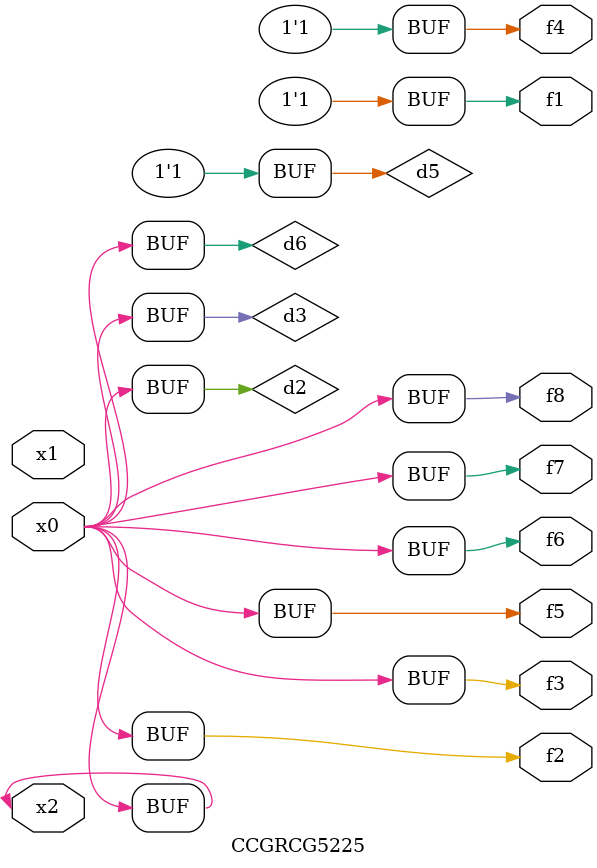
<source format=v>
module CCGRCG5225(
	input x0, x1, x2,
	output f1, f2, f3, f4, f5, f6, f7, f8
);

	wire d1, d2, d3, d4, d5, d6;

	xnor (d1, x2);
	buf (d2, x0, x2);
	and (d3, x0);
	xnor (d4, x1, x2);
	nand (d5, d1, d3);
	buf (d6, d2, d3);
	assign f1 = d5;
	assign f2 = d6;
	assign f3 = d6;
	assign f4 = d5;
	assign f5 = d6;
	assign f6 = d6;
	assign f7 = d6;
	assign f8 = d6;
endmodule

</source>
